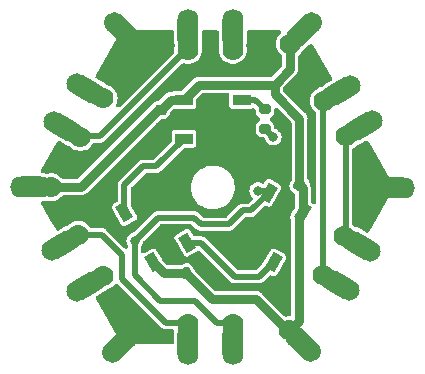
<source format=gtl>
G04 #@! TF.GenerationSoftware,KiCad,Pcbnew,7.0.8*
G04 #@! TF.CreationDate,2024-03-08T23:23:19+05:00*
G04 #@! TF.ProjectId,Ws2812 PCB,57733238-3132-4205-9043-422e6b696361,1*
G04 #@! TF.SameCoordinates,Original*
G04 #@! TF.FileFunction,Copper,L1,Top*
G04 #@! TF.FilePolarity,Positive*
%FSLAX46Y46*%
G04 Gerber Fmt 4.6, Leading zero omitted, Abs format (unit mm)*
G04 Created by KiCad (PCBNEW 7.0.8) date 2024-03-08 23:23:19*
%MOMM*%
%LPD*%
G01*
G04 APERTURE LIST*
G04 Aperture macros list*
%AMRoundRect*
0 Rectangle with rounded corners*
0 $1 Rounding radius*
0 $2 $3 $4 $5 $6 $7 $8 $9 X,Y pos of 4 corners*
0 Add a 4 corners polygon primitive as box body*
4,1,4,$2,$3,$4,$5,$6,$7,$8,$9,$2,$3,0*
0 Add four circle primitives for the rounded corners*
1,1,$1+$1,$2,$3*
1,1,$1+$1,$4,$5*
1,1,$1+$1,$6,$7*
1,1,$1+$1,$8,$9*
0 Add four rect primitives between the rounded corners*
20,1,$1+$1,$2,$3,$4,$5,0*
20,1,$1+$1,$4,$5,$6,$7,0*
20,1,$1+$1,$6,$7,$8,$9,0*
20,1,$1+$1,$8,$9,$2,$3,0*%
%AMHorizOval*
0 Thick line with rounded ends*
0 $1 width*
0 $2 $3 position (X,Y) of the first rounded end (center of the circle)*
0 $4 $5 position (X,Y) of the second rounded end (center of the circle)*
0 Add line between two ends*
20,1,$1,$2,$3,$4,$5,0*
0 Add two circle primitives to create the rounded ends*
1,1,$1,$2,$3*
1,1,$1,$4,$5*%
%AMRotRect*
0 Rectangle, with rotation*
0 The origin of the aperture is its center*
0 $1 length*
0 $2 width*
0 $3 Rotation angle, in degrees counterclockwise*
0 Add horizontal line*
21,1,$1,$2,0,0,$3*%
G04 Aperture macros list end*
G04 #@! TA.AperFunction,ComponentPad*
%ADD10C,1.778000*%
G04 #@! TD*
G04 #@! TA.AperFunction,ComponentPad*
%ADD11HorizOval,1.778000X-0.769897X-0.444500X0.769897X0.444500X0*%
G04 #@! TD*
G04 #@! TA.AperFunction,ComponentPad*
%ADD12O,1.778000X3.556000*%
G04 #@! TD*
G04 #@! TA.AperFunction,SMDPad,CuDef*
%ADD13R,1.500000X0.900000*%
G04 #@! TD*
G04 #@! TA.AperFunction,ComponentPad*
%ADD14HorizOval,1.778000X-0.769897X0.444500X0.769897X-0.444500X0*%
G04 #@! TD*
G04 #@! TA.AperFunction,ComponentPad*
%ADD15O,3.556000X1.778000*%
G04 #@! TD*
G04 #@! TA.AperFunction,ComponentPad*
%ADD16HorizOval,1.778000X0.628618X0.628618X-0.628618X-0.628618X0*%
G04 #@! TD*
G04 #@! TA.AperFunction,ComponentPad*
%ADD17HorizOval,1.778000X0.769897X-0.444500X-0.769897X0.444500X0*%
G04 #@! TD*
G04 #@! TA.AperFunction,ComponentPad*
%ADD18HorizOval,1.778000X-0.628618X-0.628618X0.628618X0.628618X0*%
G04 #@! TD*
G04 #@! TA.AperFunction,ComponentPad*
%ADD19HorizOval,1.778000X0.769897X0.444500X-0.769897X-0.444500X0*%
G04 #@! TD*
G04 #@! TA.AperFunction,SMDPad,CuDef*
%ADD20RoundRect,0.225000X-0.319856X-0.104006X0.069856X-0.329006X0.319856X0.104006X-0.069856X0.329006X0*%
G04 #@! TD*
G04 #@! TA.AperFunction,ComponentPad*
%ADD21HorizOval,1.778000X0.628618X-0.628618X-0.628618X0.628618X0*%
G04 #@! TD*
G04 #@! TA.AperFunction,SMDPad,CuDef*
%ADD22RotRect,1.500000X0.900000X240.000000*%
G04 #@! TD*
G04 #@! TA.AperFunction,SMDPad,CuDef*
%ADD23RoundRect,0.200000X0.275000X-0.200000X0.275000X0.200000X-0.275000X0.200000X-0.275000X-0.200000X0*%
G04 #@! TD*
G04 #@! TA.AperFunction,ComponentPad*
%ADD24HorizOval,1.778000X-0.628618X0.628618X0.628618X-0.628618X0*%
G04 #@! TD*
G04 #@! TA.AperFunction,SMDPad,CuDef*
%ADD25RotRect,1.500000X0.900000X120.000000*%
G04 #@! TD*
G04 #@! TA.AperFunction,SMDPad,CuDef*
%ADD26RoundRect,0.225000X0.250000X-0.225000X0.250000X0.225000X-0.250000X0.225000X-0.250000X-0.225000X0*%
G04 #@! TD*
G04 #@! TA.AperFunction,SMDPad,CuDef*
%ADD27RoundRect,0.225000X0.069856X0.329006X-0.319856X0.104006X-0.069856X-0.329006X0.319856X-0.104006X0*%
G04 #@! TD*
G04 #@! TA.AperFunction,ViaPad*
%ADD28C,0.800000*%
G04 #@! TD*
G04 #@! TA.AperFunction,Conductor*
%ADD29C,0.508000*%
G04 #@! TD*
G04 #@! TA.AperFunction,Conductor*
%ADD30C,0.750000*%
G04 #@! TD*
G04 APERTURE END LIST*
D10*
G04 #@! TO.P,J11,1,Pin_1*
G04 #@! TO.N,DIN*
X130495000Y-72450000D03*
D11*
X131945593Y-71612500D03*
G04 #@! TD*
D10*
G04 #@! TO.P,J13,1,Pin_1*
G04 #@! TO.N,DIN*
X118945000Y-91368000D03*
D12*
X118945000Y-93043000D03*
G04 #@! TD*
D13*
G04 #@! TO.P,LED1,4,DIN*
G04 #@! TO.N,Net-(LED1-DIN)*
X123509315Y-72350000D03*
G04 #@! TO.P,LED1,3,VSS*
G04 #@! TO.N,GND*
X123509315Y-75650000D03*
G04 #@! TO.P,LED1,2,DOUT*
G04 #@! TO.N,Net-(LED1-DOUT)*
X118609315Y-75650000D03*
G04 #@! TO.P,LED1,1,VDD*
G04 #@! TO.N,VCC*
X118609315Y-72350000D03*
G04 #@! TD*
D10*
G04 #@! TO.P,J12,1,Pin_1*
G04 #@! TO.N,DIN*
X130345000Y-87200000D03*
D14*
X131795593Y-88037500D03*
G04 #@! TD*
D10*
G04 #@! TO.P,J4,1,Pin_1*
G04 #@! TO.N,VCC*
X107345000Y-79750000D03*
D15*
X105670000Y-79750000D03*
G04 #@! TD*
D10*
G04 #@! TO.P,J2,1,Pin_1*
G04 #@! TO.N,GND*
X114370000Y-91925000D03*
D16*
X113185596Y-93109404D03*
G04 #@! TD*
D10*
G04 #@! TO.P,J16,1,Pin_1*
G04 #@! TO.N,DOUT*
X122770000Y-91368000D03*
D12*
X122770000Y-93043000D03*
G04 #@! TD*
D10*
G04 #@! TO.P,J9,1,Pin_1*
G04 #@! TO.N,DOUT*
X122745000Y-68107000D03*
D12*
X122745000Y-66432000D03*
G04 #@! TD*
D10*
G04 #@! TO.P,J18,1,Pin_1*
G04 #@! TO.N,DOUT*
X111795000Y-72250000D03*
D17*
X110344407Y-71412500D03*
G04 #@! TD*
D10*
G04 #@! TO.P,J10,1,Pin_1*
G04 #@! TO.N,DIN*
X118970000Y-68107000D03*
D12*
X118970000Y-66432000D03*
G04 #@! TD*
D10*
G04 #@! TO.P,J6,1,Pin_1*
G04 #@! TO.N,VCC*
X127613489Y-67606511D03*
D18*
X128797893Y-66422107D03*
G04 #@! TD*
D10*
G04 #@! TO.P,J8,1,Pin_1*
G04 #@! TO.N,DOUT*
X111795593Y-87262500D03*
D19*
X110345000Y-88100000D03*
G04 #@! TD*
D20*
G04 #@! TO.P,C1,1*
G04 #@! TO.N,VCC*
X128391170Y-79562500D03*
G04 #@! TO.P,C1,2*
G04 #@! TO.N,GND*
X127048830Y-78787500D03*
G04 #@! TD*
D10*
G04 #@! TO.P,J3,1,Pin_1*
G04 #@! TO.N,GND*
X114526511Y-67631511D03*
D21*
X113342107Y-66447107D03*
G04 #@! TD*
D10*
G04 #@! TO.P,J1,1,Pin_1*
G04 #@! TO.N,GND*
X134720000Y-79800000D03*
D15*
X136395000Y-79800000D03*
G04 #@! TD*
D10*
G04 #@! TO.P,J7,1,Pin_1*
G04 #@! TO.N,DOUT*
X132295000Y-75450000D03*
D11*
X133745593Y-74612500D03*
G04 #@! TD*
D22*
G04 #@! TO.P,LED3,1,VDD*
G04 #@! TO.N,VCC*
X128648942Y-81875000D03*
G04 #@! TO.P,LED3,2,DOUT*
G04 #@! TO.N,DOUT*
X125791058Y-80225000D03*
G04 #@! TO.P,LED3,3,VSS*
G04 #@! TO.N,GND*
X123341058Y-84468524D03*
G04 #@! TO.P,LED3,4,DIN*
G04 #@! TO.N,Net-(LED2-DOUT)*
X126198942Y-86118524D03*
G04 #@! TD*
D23*
G04 #@! TO.P,R1,1*
G04 #@! TO.N,Net-(LED1-DIN)*
X125470000Y-73175000D03*
G04 #@! TO.P,R1,2*
G04 #@! TO.N,DIN*
X125470000Y-74825000D03*
G04 #@! TD*
D10*
G04 #@! TO.P,J14,1,Pin_1*
G04 #@! TO.N,DIN*
X109845000Y-75500000D03*
D17*
X108394407Y-74662500D03*
G04 #@! TD*
D10*
G04 #@! TO.P,J5,1,Pin_1*
G04 #@! TO.N,VCC*
X127538489Y-91868489D03*
D24*
X128722893Y-93052893D03*
G04 #@! TD*
D25*
G04 #@! TO.P,LED2,1,VDD*
G04 #@! TO.N,VCC*
X116012116Y-86118524D03*
G04 #@! TO.P,LED2,2,DOUT*
G04 #@! TO.N,Net-(LED2-DOUT)*
X118870000Y-84468524D03*
G04 #@! TO.P,LED2,3,VSS*
G04 #@! TO.N,GND*
X116420000Y-80225000D03*
G04 #@! TO.P,LED2,4,DIN*
G04 #@! TO.N,Net-(LED1-DOUT)*
X113562116Y-81875000D03*
G04 #@! TD*
D10*
G04 #@! TO.P,J15,1,Pin_1*
G04 #@! TO.N,DIN*
X109680245Y-83809000D03*
D19*
X108229652Y-84646500D03*
G04 #@! TD*
D26*
G04 #@! TO.P,C3,1*
G04 #@! TO.N,VCC*
X116645000Y-73225000D03*
G04 #@! TO.P,C3,2*
G04 #@! TO.N,GND*
X116645000Y-74775000D03*
G04 #@! TD*
D27*
G04 #@! TO.P,C2,1*
G04 #@! TO.N,VCC*
X118773830Y-87037500D03*
G04 #@! TO.P,C2,2*
G04 #@! TO.N,GND*
X120116170Y-86262500D03*
G04 #@! TD*
D10*
G04 #@! TO.P,J17,1,Pin_1*
G04 #@! TO.N,DOUT*
X132170000Y-83900000D03*
D14*
X133620593Y-84737500D03*
G04 #@! TD*
D28*
G04 #@! TO.N,GND*
X116695000Y-84400000D03*
X122270000Y-84500000D03*
X120645000Y-76450000D03*
X113220000Y-70375000D03*
X118245000Y-70600000D03*
X120795000Y-72450000D03*
X115570000Y-76375000D03*
X126270000Y-83800000D03*
X124745000Y-76350000D03*
X125295000Y-69300000D03*
X120920000Y-87125000D03*
X124420000Y-83825000D03*
X123445000Y-85750000D03*
X120770000Y-69700000D03*
X117145000Y-79550000D03*
X126095000Y-77875000D03*
X111720000Y-80350000D03*
X128320000Y-70950000D03*
G04 #@! TO.N,DOUT*
X124845000Y-80050000D03*
X114445000Y-84275000D03*
G04 #@! TO.N,DIN*
X126170000Y-75525000D03*
G04 #@! TD*
D29*
G04 #@! TO.N,DOUT*
X120045000Y-82900000D02*
X122395000Y-82900000D01*
X122395000Y-82900000D02*
X123570000Y-81725000D01*
X119495000Y-82350000D02*
X120045000Y-82900000D01*
X123570000Y-81725000D02*
X124291058Y-81725000D01*
X114445000Y-84275000D02*
X116370000Y-82350000D01*
X116370000Y-82350000D02*
X119495000Y-82350000D01*
X124291058Y-81725000D02*
X125791058Y-80225000D01*
X125616058Y-80050000D02*
X125791058Y-80225000D01*
X124845000Y-80050000D02*
X125616058Y-80050000D01*
D30*
G04 #@! TO.N,VCC*
X128345000Y-82178942D02*
X128648942Y-81875000D01*
X128345000Y-91061978D02*
X128345000Y-82178942D01*
X127538489Y-91868489D02*
X128345000Y-91061978D01*
D29*
G04 #@! TO.N,GND*
X126270000Y-82225000D02*
X126270000Y-83800000D01*
X127048830Y-81446170D02*
X126270000Y-82225000D01*
X127048830Y-78787500D02*
X127048830Y-81446170D01*
X122301476Y-84468524D02*
X122270000Y-84500000D01*
X123341058Y-84468524D02*
X122301476Y-84468524D01*
X121445000Y-75650000D02*
X120645000Y-76450000D01*
X123509315Y-75650000D02*
X121445000Y-75650000D01*
G04 #@! TO.N,Net-(LED1-DIN)*
X124645000Y-72350000D02*
X123509315Y-72350000D01*
X125470000Y-73175000D02*
X124645000Y-72350000D01*
G04 #@! TO.N,GND*
X125295000Y-69300000D02*
X124520000Y-70075000D01*
X124520000Y-70075000D02*
X121145000Y-70075000D01*
X121145000Y-70075000D02*
X120770000Y-69700000D01*
G04 #@! TO.N,Net-(LED1-DOUT)*
X116259315Y-78000000D02*
X118609315Y-75650000D01*
X115120000Y-78000000D02*
X116259315Y-78000000D01*
X113562116Y-79557884D02*
X115120000Y-78000000D01*
X113562116Y-81875000D02*
X113562116Y-79557884D01*
G04 #@! TO.N,GND*
X124045000Y-75650000D02*
X122509315Y-75650000D01*
X124745000Y-76350000D02*
X124045000Y-75650000D01*
X122509315Y-75650000D02*
X120795000Y-73935685D01*
G04 #@! TO.N,DIN*
X126170000Y-75525000D02*
X125470000Y-74825000D01*
G04 #@! TO.N,GND*
X117484315Y-73935685D02*
X116645000Y-74775000D01*
X120795000Y-73935685D02*
X117484315Y-73935685D01*
X116645000Y-75300000D02*
X115570000Y-76375000D01*
X116645000Y-74775000D02*
X116645000Y-75300000D01*
D30*
G04 #@! TO.N,VCC*
X117520000Y-72350000D02*
X116645000Y-73225000D01*
X118609315Y-72350000D02*
X117520000Y-72350000D01*
X116420000Y-73225000D02*
X116645000Y-73225000D01*
X109895000Y-79750000D02*
X116420000Y-73225000D01*
X107345000Y-79750000D02*
X109895000Y-79750000D01*
D29*
G04 #@! TO.N,DIN*
X111470000Y-75450000D02*
X118645000Y-68275000D01*
X118645000Y-68275000D02*
X118945000Y-68275000D01*
X109770000Y-75450000D02*
X111470000Y-75450000D01*
D30*
G04 #@! TO.N,VCC*
X118609315Y-72350000D02*
X119884315Y-71075000D01*
X119884315Y-71075000D02*
X126295000Y-71075000D01*
X128648942Y-81875000D02*
X128648942Y-79820272D01*
X118773830Y-87037500D02*
X116931092Y-87037500D01*
X126295000Y-71875000D02*
X126295000Y-71075000D01*
X127363489Y-91868489D02*
X127538489Y-91868489D01*
X120961330Y-89225000D02*
X124720000Y-89225000D01*
X128391170Y-79562500D02*
X128391170Y-73971170D01*
X128648942Y-79820272D02*
X128391170Y-79562500D01*
X126295000Y-71075000D02*
X127595000Y-69775000D01*
X116931092Y-87037500D02*
X116012116Y-86118524D01*
X124720000Y-89225000D02*
X127363489Y-91868489D01*
X127595000Y-69775000D02*
X127595000Y-68275000D01*
X128391170Y-73971170D02*
X126295000Y-71875000D01*
X118773830Y-87037500D02*
X120961330Y-89225000D01*
D29*
G04 #@! TO.N,GND*
X127048830Y-78787500D02*
X126136330Y-77875000D01*
X116420000Y-80225000D02*
X117095000Y-79550000D01*
X117095000Y-79550000D02*
X117145000Y-79550000D01*
X123776476Y-84468524D02*
X123341058Y-84468524D01*
X120795000Y-72450000D02*
X120795000Y-73935685D01*
X123445000Y-85750000D02*
X123445000Y-84572466D01*
X124420000Y-83825000D02*
X123776476Y-84468524D01*
X123445000Y-84572466D02*
X123341058Y-84468524D01*
X120116170Y-86262500D02*
X120920000Y-87066330D01*
X120920000Y-87066330D02*
X120920000Y-87125000D01*
X126136330Y-77875000D02*
X126095000Y-77875000D01*
G04 #@! TO.N,DOUT*
X121395000Y-91225000D02*
X119545000Y-89375000D01*
X132295000Y-83775000D02*
X132295000Y-75707000D01*
X119545000Y-89375000D02*
X116620000Y-89375000D01*
X114445000Y-87200000D02*
X114445000Y-84275000D01*
X116620000Y-89375000D02*
X114445000Y-87200000D01*
X122770000Y-91225000D02*
X121395000Y-91225000D01*
X132170000Y-83900000D02*
X132295000Y-83775000D01*
G04 #@! TO.N,DIN*
X117095000Y-91225000D02*
X113395000Y-87525000D01*
X113395000Y-87525000D02*
X113395000Y-85525000D01*
X130345000Y-87125000D02*
X130345000Y-72257000D01*
X111645000Y-83775000D02*
X109845000Y-83775000D01*
X113395000Y-85525000D02*
X111645000Y-83775000D01*
X130345000Y-72257000D02*
X130238000Y-72150000D01*
X118995000Y-91225000D02*
X117095000Y-91225000D01*
G04 #@! TO.N,Net-(LED2-DOUT)*
X124992466Y-87325000D02*
X126198942Y-86118524D01*
X122895000Y-87325000D02*
X124992466Y-87325000D01*
X120038524Y-84468524D02*
X122895000Y-87325000D01*
X118870000Y-84468524D02*
X120038524Y-84468524D01*
G04 #@! TD*
G04 #@! TA.AperFunction,Conductor*
G04 #@! TO.N,GND*
G36*
X112978690Y-87914137D02*
G01*
X113010285Y-87932165D01*
X113012964Y-87934056D01*
X113012966Y-87934058D01*
X113023216Y-87941293D01*
X113047928Y-87962109D01*
X116696210Y-91610392D01*
X116741773Y-91659177D01*
X116778445Y-91681477D01*
X116786470Y-91686939D01*
X116815747Y-91709140D01*
X116820679Y-91712880D01*
X116832359Y-91717486D01*
X116861294Y-91731859D01*
X116872005Y-91738372D01*
X116872010Y-91738375D01*
X116913347Y-91749957D01*
X116922528Y-91753044D01*
X116962480Y-91768799D01*
X116974963Y-91770082D01*
X117006706Y-91776115D01*
X117018786Y-91779500D01*
X117061715Y-91779500D01*
X117071409Y-91779997D01*
X117086859Y-91781584D01*
X117114109Y-91784386D01*
X117126469Y-91782254D01*
X117158665Y-91779500D01*
X117577235Y-91779500D01*
X117659456Y-91798266D01*
X117725392Y-91850849D01*
X117761984Y-91926832D01*
X117765926Y-91986481D01*
X117756520Y-92087995D01*
X117755500Y-92099006D01*
X117755500Y-92880938D01*
X117736734Y-92963159D01*
X117684151Y-93029095D01*
X117608168Y-93065687D01*
X117566000Y-93070438D01*
X113476747Y-93070438D01*
X113394526Y-93051672D01*
X113328590Y-92999089D01*
X113312635Y-92975688D01*
X111148992Y-89228146D01*
X111124134Y-89147557D01*
X111136703Y-89064164D01*
X111184211Y-88994483D01*
X111218347Y-88969288D01*
X111757274Y-88658140D01*
X111892123Y-88562683D01*
X111978212Y-88473899D01*
X112048918Y-88427938D01*
X112079433Y-88419545D01*
X112122510Y-88411493D01*
X112328070Y-88331858D01*
X112515498Y-88215808D01*
X112678410Y-88067294D01*
X112749784Y-87972779D01*
X112814305Y-87918479D01*
X112896002Y-87897548D01*
X112978690Y-87914137D01*
G37*
G04 #@! TD.AperFunction*
G04 #@! TA.AperFunction,Conductor*
G36*
X122351536Y-71769266D02*
G01*
X122417472Y-71821849D01*
X122454064Y-71897832D01*
X122458815Y-71940000D01*
X122458815Y-72844860D01*
X122458816Y-72844874D01*
X122461729Y-72869989D01*
X122461731Y-72869996D01*
X122507106Y-72972761D01*
X122507108Y-72972763D01*
X122507109Y-72972765D01*
X122586550Y-73052206D01*
X122586551Y-73052206D01*
X122586553Y-73052208D01*
X122689320Y-73097584D01*
X122689322Y-73097584D01*
X122689324Y-73097585D01*
X122714450Y-73100500D01*
X124304179Y-73100499D01*
X124304185Y-73100498D01*
X124304189Y-73100498D01*
X124314430Y-73099310D01*
X124329306Y-73097585D01*
X124404168Y-73064530D01*
X124486960Y-73048487D01*
X124568517Y-73069955D01*
X124614706Y-73103887D01*
X124638997Y-73128178D01*
X124683866Y-73199587D01*
X124694500Y-73262174D01*
X124694500Y-73422865D01*
X124694502Y-73422888D01*
X124700908Y-73482478D01*
X124700911Y-73482489D01*
X124751202Y-73617328D01*
X124837452Y-73732544D01*
X124837454Y-73732546D01*
X124952669Y-73818796D01*
X124959077Y-73821186D01*
X124962460Y-73822448D01*
X125032938Y-73868765D01*
X125076341Y-73941074D01*
X125084072Y-74025054D01*
X125054600Y-74104072D01*
X124993762Y-74162478D01*
X124962460Y-74177552D01*
X124952670Y-74181203D01*
X124837455Y-74267452D01*
X124837452Y-74267455D01*
X124751202Y-74382670D01*
X124700908Y-74517516D01*
X124694500Y-74577117D01*
X124694500Y-75072865D01*
X124694502Y-75072888D01*
X124700908Y-75132478D01*
X124700911Y-75132489D01*
X124751202Y-75267328D01*
X124837452Y-75382544D01*
X124837455Y-75382547D01*
X124952670Y-75468797D01*
X125087516Y-75519091D01*
X125096975Y-75520107D01*
X125147127Y-75525500D01*
X125296533Y-75525499D01*
X125378753Y-75544265D01*
X125444689Y-75596847D01*
X125481282Y-75672830D01*
X125484651Y-75692156D01*
X125484858Y-75693865D01*
X125484860Y-75693871D01*
X125545181Y-75852929D01*
X125545182Y-75852930D01*
X125641817Y-75992929D01*
X125699799Y-76044296D01*
X125769149Y-76105735D01*
X125769151Y-76105736D01*
X125919772Y-76184789D01*
X125919774Y-76184790D01*
X126084935Y-76225498D01*
X126084937Y-76225498D01*
X126084944Y-76225500D01*
X126084947Y-76225500D01*
X126255053Y-76225500D01*
X126255056Y-76225500D01*
X126420225Y-76184790D01*
X126570852Y-76105734D01*
X126698183Y-75992929D01*
X126794818Y-75852930D01*
X126855140Y-75693872D01*
X126873306Y-75544265D01*
X126875645Y-75525002D01*
X126875645Y-75524997D01*
X126855141Y-75356135D01*
X126855140Y-75356134D01*
X126855140Y-75356128D01*
X126794818Y-75197070D01*
X126698183Y-75057071D01*
X126591328Y-74962406D01*
X126570850Y-74944264D01*
X126570848Y-74944263D01*
X126420227Y-74865210D01*
X126420228Y-74865210D01*
X126389647Y-74857673D01*
X126314307Y-74819775D01*
X126262871Y-74752940D01*
X126245499Y-74673680D01*
X126245499Y-74577133D01*
X126245498Y-74577127D01*
X126239091Y-74517517D01*
X126188796Y-74382669D01*
X126121635Y-74292954D01*
X126102547Y-74267455D01*
X126102544Y-74267452D01*
X125987327Y-74181201D01*
X125977535Y-74177549D01*
X125907057Y-74131231D01*
X125863656Y-74058921D01*
X125855927Y-73974940D01*
X125885401Y-73895923D01*
X125946241Y-73837519D01*
X125977544Y-73822445D01*
X125987331Y-73818796D01*
X126102546Y-73732546D01*
X126188796Y-73617331D01*
X126204365Y-73575590D01*
X126239091Y-73482483D01*
X126245499Y-73422882D01*
X126245500Y-73422873D01*
X126245499Y-73238292D01*
X126264265Y-73156074D01*
X126316847Y-73090138D01*
X126392830Y-73053545D01*
X126477166Y-73053545D01*
X126553150Y-73090136D01*
X126568996Y-73104297D01*
X127660167Y-74195468D01*
X127705036Y-74266877D01*
X127715670Y-74329465D01*
X127715670Y-79180723D01*
X127696904Y-79262944D01*
X127690282Y-79275473D01*
X127595650Y-79439380D01*
X127595642Y-79439395D01*
X127562204Y-79517590D01*
X127562204Y-79517593D01*
X127540908Y-79660464D01*
X127540908Y-79660468D01*
X127540908Y-79660469D01*
X127558948Y-79803794D01*
X127614987Y-79936938D01*
X127614989Y-79936940D01*
X127704852Y-80050002D01*
X127704871Y-80050025D01*
X127772933Y-80101031D01*
X127878692Y-80162091D01*
X127940514Y-80219452D01*
X127971325Y-80297957D01*
X127973442Y-80326202D01*
X127973442Y-81493224D01*
X127954676Y-81575445D01*
X127948053Y-81587976D01*
X127915978Y-81643530D01*
X127885864Y-81682775D01*
X127883791Y-81684847D01*
X127879623Y-81688771D01*
X127835668Y-81727712D01*
X127802293Y-81776062D01*
X127798902Y-81780672D01*
X127762673Y-81826914D01*
X127762672Y-81826915D01*
X127761261Y-81830051D01*
X127744434Y-81859886D01*
X127742483Y-81862712D01*
X127742480Y-81862717D01*
X127721651Y-81917639D01*
X127719462Y-81922924D01*
X127695351Y-81976499D01*
X127695349Y-81976507D01*
X127694732Y-81979873D01*
X127685528Y-82012887D01*
X127684312Y-82016093D01*
X127681569Y-82027224D01*
X127680266Y-82026902D01*
X127660557Y-82085933D01*
X127601559Y-82188122D01*
X127591520Y-82211338D01*
X127591518Y-82211344D01*
X127579431Y-82323035D01*
X127608509Y-82431553D01*
X127632965Y-82464997D01*
X127666350Y-82542444D01*
X127669500Y-82576854D01*
X127669500Y-90489489D01*
X127650734Y-90571710D01*
X127598151Y-90637646D01*
X127522168Y-90674238D01*
X127480000Y-90678989D01*
X127428266Y-90678989D01*
X127309630Y-90701165D01*
X127274562Y-90707721D01*
X127190292Y-90704381D01*
X127115817Y-90664810D01*
X127105745Y-90655444D01*
X125214102Y-88763801D01*
X125210178Y-88759632D01*
X125171234Y-88715672D01*
X125171230Y-88715669D01*
X125171229Y-88715668D01*
X125122859Y-88682281D01*
X125118289Y-88678917D01*
X125072028Y-88642674D01*
X125072027Y-88642673D01*
X125072025Y-88642672D01*
X125068907Y-88641269D01*
X125039040Y-88624424D01*
X125036226Y-88622482D01*
X125036221Y-88622479D01*
X124981290Y-88601646D01*
X124976005Y-88599457D01*
X124922437Y-88575349D01*
X124919078Y-88574734D01*
X124886048Y-88565526D01*
X124882853Y-88564314D01*
X124882846Y-88564312D01*
X124882845Y-88564312D01*
X124856722Y-88561139D01*
X124824511Y-88557228D01*
X124818858Y-88556367D01*
X124761085Y-88545781D01*
X124761082Y-88545781D01*
X124730769Y-88547614D01*
X124702456Y-88549327D01*
X124696740Y-88549500D01*
X121319625Y-88549500D01*
X121237404Y-88530734D01*
X121185628Y-88493997D01*
X119536908Y-86845277D01*
X119506793Y-86806030D01*
X119380648Y-86587541D01*
X119278210Y-86410112D01*
X119278209Y-86410111D01*
X119278207Y-86410107D01*
X119227208Y-86342053D01*
X119227202Y-86342047D01*
X119151790Y-86282110D01*
X119114117Y-86252167D01*
X118980974Y-86196128D01*
X118980973Y-86196127D01*
X118980969Y-86196126D01*
X118837653Y-86178087D01*
X118837645Y-86178087D01*
X118694771Y-86199384D01*
X118616567Y-86232825D01*
X118616559Y-86232829D01*
X118436803Y-86336612D01*
X118356215Y-86361470D01*
X118342053Y-86362000D01*
X117289388Y-86362000D01*
X117207167Y-86343234D01*
X117155391Y-86306497D01*
X116775193Y-85926300D01*
X116745078Y-85887053D01*
X116719587Y-85842901D01*
X116264635Y-85054902D01*
X116249548Y-85034598D01*
X116249546Y-85034596D01*
X116158862Y-84968283D01*
X116158863Y-84968283D01*
X116050343Y-84939206D01*
X115938646Y-84951293D01*
X115915441Y-84961327D01*
X115915426Y-84961335D01*
X115283750Y-85326034D01*
X115203161Y-85350892D01*
X115119768Y-85338323D01*
X115050087Y-85290815D01*
X115007919Y-85217778D01*
X114999500Y-85161922D01*
X114999500Y-84763853D01*
X115018266Y-84681632D01*
X115033040Y-84656210D01*
X115069818Y-84602930D01*
X115130140Y-84443872D01*
X115130141Y-84443864D01*
X115131909Y-84429307D01*
X115160448Y-84349947D01*
X115186030Y-84318150D01*
X115483691Y-84020489D01*
X117800489Y-84020489D01*
X117812577Y-84132183D01*
X117822615Y-84155401D01*
X118612737Y-85523930D01*
X118617482Y-85532147D01*
X118632567Y-85552449D01*
X118632569Y-85552451D01*
X118723253Y-85618764D01*
X118723252Y-85618764D01*
X118723254Y-85618765D01*
X118831773Y-85647842D01*
X118943467Y-85635755D01*
X118966684Y-85625716D01*
X119756758Y-85169565D01*
X119837342Y-85144709D01*
X119920736Y-85157278D01*
X119985501Y-85199682D01*
X122496210Y-87710392D01*
X122541773Y-87759177D01*
X122578445Y-87781477D01*
X122586470Y-87786939D01*
X122620675Y-87812877D01*
X122620679Y-87812880D01*
X122632359Y-87817486D01*
X122661294Y-87831859D01*
X122669987Y-87837145D01*
X122672010Y-87838375D01*
X122713347Y-87849957D01*
X122722528Y-87853044D01*
X122762480Y-87868799D01*
X122774963Y-87870082D01*
X122806706Y-87876115D01*
X122818786Y-87879500D01*
X122861715Y-87879500D01*
X122871409Y-87879997D01*
X122886859Y-87881584D01*
X122914109Y-87884386D01*
X122926469Y-87882254D01*
X122958665Y-87879500D01*
X124983003Y-87879500D01*
X125049701Y-87881779D01*
X125049701Y-87881778D01*
X125049705Y-87881779D01*
X125091429Y-87871610D01*
X125100948Y-87869801D01*
X125143475Y-87863957D01*
X125154981Y-87858958D01*
X125185603Y-87848660D01*
X125197799Y-87845689D01*
X125235219Y-87824648D01*
X125243898Y-87820337D01*
X125283284Y-87803230D01*
X125293019Y-87795309D01*
X125319732Y-87777128D01*
X125330665Y-87770982D01*
X125347496Y-87754151D01*
X125361015Y-87740632D01*
X125368224Y-87734125D01*
X125393978Y-87713173D01*
X125401524Y-87707034D01*
X125408759Y-87696782D01*
X125429570Y-87672075D01*
X125824255Y-87277390D01*
X125895662Y-87232523D01*
X125979467Y-87223081D01*
X126052998Y-87247275D01*
X126102257Y-87275715D01*
X126125475Y-87285755D01*
X126237169Y-87297842D01*
X126345688Y-87268765D01*
X126436374Y-87202450D01*
X126451462Y-87182147D01*
X127246325Y-85805401D01*
X127256365Y-85782183D01*
X127268453Y-85670489D01*
X127239375Y-85561971D01*
X127173060Y-85471284D01*
X127152758Y-85456197D01*
X126837081Y-85273941D01*
X126295631Y-84961335D01*
X126295628Y-84961334D01*
X126295627Y-84961333D01*
X126286698Y-84957472D01*
X126272410Y-84951293D01*
X126160715Y-84939206D01*
X126160712Y-84939206D01*
X126052194Y-84968283D01*
X125961510Y-85034598D01*
X125946426Y-85054895D01*
X125946418Y-85054907D01*
X125232226Y-86291925D01*
X125202111Y-86331171D01*
X124818288Y-86714996D01*
X124746879Y-86759866D01*
X124684291Y-86770500D01*
X123203175Y-86770500D01*
X123120954Y-86751734D01*
X123069178Y-86714997D01*
X120437312Y-84083131D01*
X120391754Y-84034350D01*
X120391747Y-84034344D01*
X120355070Y-84012040D01*
X120347045Y-84006579D01*
X120312845Y-83980644D01*
X120312843Y-83980643D01*
X120301167Y-83976038D01*
X120272234Y-83961668D01*
X120261513Y-83955148D01*
X120228445Y-83945882D01*
X120220176Y-83943565D01*
X120210981Y-83940473D01*
X120171046Y-83924725D01*
X120171039Y-83924724D01*
X120158555Y-83923440D01*
X120126826Y-83917410D01*
X120114741Y-83914024D01*
X120114738Y-83914024D01*
X120071808Y-83914024D01*
X120062123Y-83913527D01*
X120034373Y-83910674D01*
X120019418Y-83909137D01*
X120019411Y-83909137D01*
X120009725Y-83910807D01*
X120007054Y-83911268D01*
X119974856Y-83914024D01*
X119525869Y-83914024D01*
X119443648Y-83895258D01*
X119377712Y-83842675D01*
X119361757Y-83819274D01*
X119340598Y-83782626D01*
X119122519Y-83404902D01*
X119107432Y-83384598D01*
X119107430Y-83384596D01*
X119016746Y-83318283D01*
X119016747Y-83318283D01*
X118908227Y-83289206D01*
X118796530Y-83301293D01*
X118773325Y-83311327D01*
X118773310Y-83311335D01*
X117916184Y-83806198D01*
X117895884Y-83821282D01*
X117895879Y-83821286D01*
X117829567Y-83911970D01*
X117800489Y-84020487D01*
X117800489Y-84020488D01*
X117800489Y-84020489D01*
X115483691Y-84020489D01*
X116544178Y-82960003D01*
X116615587Y-82915134D01*
X116678175Y-82904500D01*
X119186825Y-82904500D01*
X119269046Y-82923266D01*
X119320822Y-82960003D01*
X119646224Y-83285406D01*
X119691187Y-83333550D01*
X119691772Y-83334176D01*
X119728463Y-83356487D01*
X119736477Y-83361943D01*
X119770679Y-83387879D01*
X119782347Y-83392480D01*
X119811287Y-83406854D01*
X119822010Y-83413375D01*
X119863354Y-83424959D01*
X119872544Y-83428050D01*
X119912479Y-83443799D01*
X119924961Y-83445082D01*
X119956708Y-83451115D01*
X119968786Y-83454500D01*
X120011715Y-83454500D01*
X120021409Y-83454997D01*
X120036859Y-83456584D01*
X120064109Y-83459386D01*
X120074443Y-83457604D01*
X120076469Y-83457255D01*
X120108666Y-83454500D01*
X122385537Y-83454500D01*
X122452235Y-83456779D01*
X122452235Y-83456778D01*
X122452239Y-83456779D01*
X122493963Y-83446610D01*
X122503482Y-83444801D01*
X122546009Y-83438957D01*
X122557515Y-83433958D01*
X122588137Y-83423660D01*
X122600333Y-83420689D01*
X122637753Y-83399648D01*
X122646432Y-83395337D01*
X122685818Y-83378230D01*
X122695553Y-83370309D01*
X122722266Y-83352128D01*
X122733199Y-83345982D01*
X122749187Y-83329992D01*
X122763549Y-83315632D01*
X122770758Y-83309125D01*
X122797806Y-83287120D01*
X122804058Y-83282034D01*
X122811293Y-83271782D01*
X122832104Y-83247075D01*
X123744178Y-82335003D01*
X123815587Y-82290134D01*
X123878175Y-82279500D01*
X124281595Y-82279500D01*
X124348293Y-82281779D01*
X124348293Y-82281778D01*
X124348297Y-82281779D01*
X124390021Y-82271610D01*
X124399540Y-82269801D01*
X124442067Y-82263957D01*
X124453573Y-82258958D01*
X124484195Y-82248660D01*
X124496391Y-82245689D01*
X124533811Y-82224648D01*
X124542490Y-82220337D01*
X124581876Y-82203230D01*
X124591611Y-82195309D01*
X124618324Y-82177128D01*
X124629257Y-82170982D01*
X124659616Y-82140621D01*
X124666816Y-82134125D01*
X124667869Y-82133268D01*
X124700116Y-82107034D01*
X124707350Y-82096784D01*
X124728163Y-82072074D01*
X125416372Y-81383866D01*
X125487779Y-81338999D01*
X125571584Y-81329557D01*
X125645116Y-81353753D01*
X125694367Y-81382188D01*
X125694370Y-81382189D01*
X125694373Y-81382191D01*
X125717591Y-81392231D01*
X125829285Y-81404318D01*
X125937804Y-81375241D01*
X126028490Y-81308926D01*
X126043578Y-81288623D01*
X126838441Y-79911877D01*
X126848481Y-79888659D01*
X126860569Y-79776965D01*
X126831491Y-79668447D01*
X126765176Y-79577760D01*
X126744874Y-79562673D01*
X126628527Y-79495500D01*
X125887747Y-79067811D01*
X125887744Y-79067810D01*
X125887743Y-79067809D01*
X125878625Y-79063866D01*
X125864526Y-79057769D01*
X125752831Y-79045682D01*
X125752828Y-79045682D01*
X125644310Y-79074759D01*
X125553626Y-79141074D01*
X125538542Y-79161371D01*
X125538531Y-79161388D01*
X125425060Y-79357925D01*
X125367698Y-79419747D01*
X125289192Y-79450558D01*
X125205092Y-79444255D01*
X125172884Y-79430968D01*
X125095225Y-79390209D01*
X124930064Y-79349501D01*
X124930057Y-79349500D01*
X124930056Y-79349500D01*
X124759944Y-79349500D01*
X124759942Y-79349500D01*
X124759935Y-79349501D01*
X124594774Y-79390209D01*
X124594772Y-79390210D01*
X124444151Y-79469263D01*
X124444149Y-79469264D01*
X124338713Y-79562673D01*
X124328112Y-79572065D01*
X124316815Y-79582073D01*
X124220182Y-79722069D01*
X124220181Y-79722070D01*
X124159860Y-79881128D01*
X124159858Y-79881135D01*
X124139355Y-80049997D01*
X124139355Y-80050002D01*
X124159858Y-80218864D01*
X124159859Y-80218870D01*
X124159860Y-80218872D01*
X124175203Y-80259328D01*
X124220181Y-80377929D01*
X124220182Y-80377930D01*
X124316817Y-80517929D01*
X124376711Y-80570990D01*
X124425810Y-80639560D01*
X124440295Y-80722642D01*
X124417298Y-80803781D01*
X124385046Y-80846829D01*
X124116881Y-81114996D01*
X124045473Y-81159866D01*
X123982884Y-81170500D01*
X123579463Y-81170500D01*
X123512767Y-81168220D01*
X123512754Y-81168222D01*
X123471047Y-81178385D01*
X123461515Y-81180197D01*
X123418995Y-81186041D01*
X123418988Y-81186043D01*
X123407475Y-81191044D01*
X123376862Y-81201338D01*
X123364673Y-81204308D01*
X123364663Y-81204312D01*
X123327247Y-81225349D01*
X123318559Y-81229665D01*
X123279179Y-81246771D01*
X123269443Y-81254692D01*
X123242746Y-81272863D01*
X123231799Y-81279018D01*
X123201442Y-81309374D01*
X123194240Y-81315874D01*
X123160943Y-81342964D01*
X123160937Y-81342971D01*
X123153703Y-81353219D01*
X123132890Y-81377927D01*
X122220822Y-82289997D01*
X122149413Y-82334866D01*
X122086825Y-82345500D01*
X120353176Y-82345500D01*
X120270955Y-82326734D01*
X120219179Y-82289997D01*
X119893788Y-81964606D01*
X119848230Y-81915826D01*
X119848223Y-81915820D01*
X119811546Y-81893516D01*
X119803521Y-81888055D01*
X119792493Y-81879692D01*
X119769321Y-81862120D01*
X119769319Y-81862119D01*
X119757643Y-81857514D01*
X119728710Y-81843144D01*
X119717989Y-81836624D01*
X119681278Y-81826338D01*
X119676652Y-81825041D01*
X119667457Y-81821949D01*
X119627522Y-81806201D01*
X119627515Y-81806200D01*
X119615031Y-81804916D01*
X119583302Y-81798886D01*
X119571217Y-81795500D01*
X119571214Y-81795500D01*
X119528284Y-81795500D01*
X119518599Y-81795003D01*
X119490849Y-81792150D01*
X119475894Y-81790613D01*
X119475887Y-81790613D01*
X119466201Y-81792283D01*
X119463530Y-81792744D01*
X119431332Y-81795500D01*
X116379463Y-81795500D01*
X116312767Y-81793220D01*
X116312754Y-81793222D01*
X116271047Y-81803385D01*
X116261515Y-81805197D01*
X116218995Y-81811041D01*
X116218988Y-81811043D01*
X116207475Y-81816044D01*
X116176862Y-81826338D01*
X116164673Y-81829308D01*
X116164663Y-81829312D01*
X116127247Y-81850349D01*
X116118559Y-81854665D01*
X116079179Y-81871771D01*
X116069443Y-81879692D01*
X116042746Y-81897863D01*
X116031799Y-81904018D01*
X116001442Y-81934374D01*
X115994240Y-81940874D01*
X115960943Y-81967964D01*
X115960937Y-81967971D01*
X115953703Y-81978219D01*
X115932890Y-82002927D01*
X114399122Y-83536696D01*
X114327713Y-83581565D01*
X114310476Y-83586692D01*
X114194772Y-83615210D01*
X114044151Y-83694263D01*
X114044149Y-83694264D01*
X113944410Y-83782626D01*
X113917803Y-83806198D01*
X113916815Y-83807073D01*
X113820182Y-83947069D01*
X113820181Y-83947070D01*
X113759860Y-84106128D01*
X113759858Y-84106135D01*
X113739355Y-84274997D01*
X113739355Y-84275002D01*
X113759858Y-84443864D01*
X113759859Y-84443870D01*
X113759860Y-84443872D01*
X113820182Y-84602930D01*
X113856956Y-84656205D01*
X113888218Y-84734530D01*
X113890500Y-84763853D01*
X113890500Y-84778825D01*
X113871734Y-84861046D01*
X113819151Y-84926982D01*
X113743168Y-84963574D01*
X113658832Y-84963574D01*
X113582849Y-84926982D01*
X113567003Y-84912822D01*
X112043788Y-83389607D01*
X111998230Y-83340826D01*
X111998223Y-83340820D01*
X111961546Y-83318516D01*
X111953521Y-83313055D01*
X111951249Y-83311332D01*
X111919321Y-83287120D01*
X111919319Y-83287119D01*
X111907643Y-83282514D01*
X111878710Y-83268144D01*
X111867989Y-83261624D01*
X111834921Y-83252358D01*
X111826652Y-83250041D01*
X111817457Y-83246949D01*
X111777522Y-83231201D01*
X111777515Y-83231200D01*
X111765031Y-83229916D01*
X111733302Y-83223886D01*
X111721217Y-83220500D01*
X111721214Y-83220500D01*
X111678284Y-83220500D01*
X111668599Y-83220003D01*
X111640849Y-83217150D01*
X111625894Y-83215613D01*
X111625887Y-83215613D01*
X111616201Y-83217283D01*
X111613530Y-83217744D01*
X111581332Y-83220500D01*
X110820760Y-83220500D01*
X110738539Y-83201734D01*
X110672603Y-83149151D01*
X110669536Y-83145200D01*
X110584193Y-83032188D01*
X110563062Y-83004206D01*
X110400150Y-82855692D01*
X110400145Y-82855688D01*
X110212727Y-82739645D01*
X110212722Y-82739642D01*
X110007161Y-82660006D01*
X109878917Y-82636034D01*
X109790468Y-82619500D01*
X109570022Y-82619500D01*
X109492165Y-82634053D01*
X109353328Y-82660006D01*
X109147767Y-82739642D01*
X109147762Y-82739645D01*
X108960344Y-82855688D01*
X108960339Y-82855692D01*
X108799194Y-83002595D01*
X108725789Y-83044118D01*
X108717752Y-83046328D01*
X108602521Y-83075310D01*
X108602517Y-83075311D01*
X108452427Y-83144365D01*
X108452419Y-83144369D01*
X108004609Y-83402912D01*
X107924020Y-83427770D01*
X107840627Y-83415200D01*
X107770945Y-83367692D01*
X107745747Y-83333550D01*
X107289002Y-82542444D01*
X106644978Y-81426963D01*
X112492605Y-81426963D01*
X112504693Y-81538659D01*
X112504694Y-81538662D01*
X112510364Y-81551777D01*
X112514731Y-81561877D01*
X113309597Y-82938622D01*
X113317140Y-82948774D01*
X113324683Y-82958925D01*
X113324685Y-82958927D01*
X113415369Y-83025240D01*
X113415368Y-83025240D01*
X113415370Y-83025241D01*
X113523889Y-83054318D01*
X113635583Y-83042231D01*
X113658800Y-83032192D01*
X114515930Y-82537327D01*
X114536234Y-82522240D01*
X114602549Y-82431553D01*
X114631627Y-82323035D01*
X114619539Y-82211341D01*
X114609501Y-82188123D01*
X114234532Y-81538659D01*
X114142004Y-81378396D01*
X114117146Y-81297807D01*
X114116616Y-81283646D01*
X114116616Y-79866059D01*
X114121931Y-79842773D01*
X119205103Y-79842773D01*
X119234728Y-80112015D01*
X119234728Y-80112016D01*
X119261187Y-80213222D01*
X119303242Y-80374086D01*
X119409185Y-80623391D01*
X119550299Y-80854613D01*
X119608255Y-80924254D01*
X119723570Y-81062820D01*
X119925313Y-81243582D01*
X119925315Y-81243583D01*
X119925317Y-81243585D01*
X120151216Y-81393039D01*
X120151221Y-81393041D01*
X120151225Y-81393044D01*
X120396491Y-81508020D01*
X120473866Y-81531298D01*
X120655875Y-81586058D01*
X120655879Y-81586058D01*
X120655884Y-81586060D01*
X120923876Y-81625500D01*
X120923882Y-81625500D01*
X121126943Y-81625500D01*
X121126946Y-81625500D01*
X121218127Y-81618826D01*
X121329461Y-81610678D01*
X121329464Y-81610677D01*
X121329471Y-81610677D01*
X121367005Y-81602315D01*
X121593853Y-81551784D01*
X121593858Y-81551782D01*
X121593868Y-81551780D01*
X121846873Y-81455014D01*
X122083092Y-81322441D01*
X122297492Y-81156888D01*
X122485501Y-80961881D01*
X122490467Y-80954941D01*
X122549290Y-80872720D01*
X122643114Y-80741579D01*
X122766971Y-80500675D01*
X122854433Y-80244305D01*
X122903634Y-79977933D01*
X122913527Y-79707235D01*
X122883901Y-79437982D01*
X122815387Y-79175912D01*
X122709445Y-78926610D01*
X122568333Y-78695390D01*
X122395060Y-78487180D01*
X122193317Y-78306418D01*
X122193314Y-78306416D01*
X122193312Y-78306414D01*
X121967413Y-78156960D01*
X121967399Y-78156953D01*
X121722139Y-78041980D01*
X121722137Y-78041979D01*
X121462754Y-77963941D01*
X121194756Y-77924500D01*
X121194754Y-77924500D01*
X120991684Y-77924500D01*
X120963197Y-77926584D01*
X120789168Y-77939321D01*
X120789154Y-77939323D01*
X120524776Y-77998215D01*
X120524755Y-77998222D01*
X120271757Y-78094985D01*
X120035539Y-78227557D01*
X119821143Y-78393108D01*
X119821133Y-78393116D01*
X119633124Y-78588123D01*
X119475518Y-78808417D01*
X119475517Y-78808418D01*
X119351657Y-79049329D01*
X119264196Y-79305695D01*
X119214996Y-79572065D01*
X119205103Y-79842763D01*
X119205103Y-79842773D01*
X114121931Y-79842773D01*
X114135382Y-79783838D01*
X114172119Y-79732062D01*
X115294178Y-78610003D01*
X115365587Y-78565134D01*
X115428175Y-78554500D01*
X116249852Y-78554500D01*
X116316550Y-78556779D01*
X116316550Y-78556778D01*
X116316554Y-78556779D01*
X116358278Y-78546610D01*
X116367797Y-78544801D01*
X116410324Y-78538957D01*
X116421830Y-78533958D01*
X116452452Y-78523660D01*
X116464648Y-78520689D01*
X116502068Y-78499648D01*
X116510747Y-78495337D01*
X116550133Y-78478230D01*
X116559868Y-78470309D01*
X116586581Y-78452128D01*
X116597514Y-78445982D01*
X116613502Y-78429992D01*
X116627864Y-78415632D01*
X116635073Y-78409125D01*
X116668369Y-78382037D01*
X116668368Y-78382037D01*
X116668373Y-78382034D01*
X116675608Y-78371782D01*
X116696419Y-78347075D01*
X118587493Y-76456002D01*
X118658902Y-76411133D01*
X118721490Y-76400499D01*
X119404175Y-76400499D01*
X119404179Y-76400499D01*
X119404185Y-76400498D01*
X119404189Y-76400498D01*
X119414430Y-76399310D01*
X119429306Y-76397585D01*
X119429311Y-76397583D01*
X119532076Y-76352208D01*
X119532078Y-76352207D01*
X119532078Y-76352206D01*
X119532080Y-76352206D01*
X119611521Y-76272765D01*
X119611523Y-76272761D01*
X119656899Y-76169994D01*
X119656899Y-76169993D01*
X119656898Y-76169993D01*
X119656900Y-76169991D01*
X119659815Y-76144865D01*
X119659814Y-75155136D01*
X119656900Y-75130009D01*
X119656899Y-75130006D01*
X119656898Y-75130003D01*
X119611523Y-75027238D01*
X119611521Y-75027236D01*
X119611521Y-75027235D01*
X119532080Y-74947794D01*
X119532078Y-74947793D01*
X119532076Y-74947791D01*
X119429309Y-74902415D01*
X119419883Y-74901321D01*
X119404180Y-74899500D01*
X119404175Y-74899500D01*
X117814454Y-74899500D01*
X117814440Y-74899501D01*
X117789325Y-74902414D01*
X117789318Y-74902416D01*
X117686553Y-74947791D01*
X117686551Y-74947793D01*
X117686550Y-74947794D01*
X117607109Y-75027235D01*
X117607108Y-75027236D01*
X117607108Y-75027237D01*
X117607106Y-75027238D01*
X117561730Y-75130005D01*
X117561730Y-75130006D01*
X117561443Y-75132483D01*
X117558817Y-75155125D01*
X117558815Y-75155139D01*
X117558815Y-75837824D01*
X117540049Y-75920045D01*
X117503312Y-75971821D01*
X116085137Y-77389997D01*
X116013728Y-77434866D01*
X115951140Y-77445500D01*
X115129476Y-77445500D01*
X115062761Y-77443221D01*
X115062760Y-77443221D01*
X115062758Y-77443221D01*
X115021047Y-77453385D01*
X115011515Y-77455197D01*
X114968995Y-77461041D01*
X114968988Y-77461043D01*
X114957475Y-77466044D01*
X114926862Y-77476338D01*
X114914673Y-77479308D01*
X114914663Y-77479312D01*
X114877247Y-77500349D01*
X114868559Y-77504665D01*
X114829179Y-77521771D01*
X114819443Y-77529692D01*
X114792746Y-77547863D01*
X114781799Y-77554018D01*
X114751442Y-77584374D01*
X114744240Y-77590874D01*
X114710943Y-77617964D01*
X114710937Y-77617971D01*
X114703703Y-77628219D01*
X114682890Y-77652927D01*
X114293839Y-78041979D01*
X113176723Y-79159095D01*
X113158717Y-79175912D01*
X113127937Y-79204659D01*
X113105636Y-79241331D01*
X113100176Y-79249354D01*
X113074237Y-79283560D01*
X113074232Y-79283568D01*
X113069629Y-79295241D01*
X113055264Y-79324164D01*
X113048744Y-79334886D01*
X113048738Y-79334899D01*
X113037160Y-79376220D01*
X113034068Y-79385416D01*
X113018318Y-79425359D01*
X113018316Y-79425369D01*
X113017032Y-79437853D01*
X113011002Y-79469582D01*
X113007616Y-79481665D01*
X113007616Y-79524590D01*
X113007119Y-79534284D01*
X113002729Y-79576991D01*
X113002729Y-79576995D01*
X113004860Y-79589351D01*
X113007616Y-79621552D01*
X113007616Y-80872720D01*
X112988850Y-80954941D01*
X112936267Y-81020877D01*
X112912867Y-81036831D01*
X112608302Y-81212672D01*
X112588000Y-81227758D01*
X112587995Y-81227762D01*
X112521683Y-81318446D01*
X112492605Y-81426963D01*
X106644978Y-81426963D01*
X106524148Y-81217679D01*
X106499291Y-81137091D01*
X106511860Y-81053698D01*
X106559368Y-80984017D01*
X106632405Y-80941849D01*
X106670770Y-80934238D01*
X106778506Y-80924256D01*
X106778513Y-80924254D01*
X106778515Y-80924254D01*
X106893142Y-80891639D01*
X106977360Y-80887187D01*
X107013456Y-80897200D01*
X107018083Y-80898993D01*
X107234777Y-80939500D01*
X107234780Y-80939500D01*
X107455220Y-80939500D01*
X107455223Y-80939500D01*
X107671917Y-80898993D01*
X107877477Y-80819358D01*
X108064905Y-80703308D01*
X108227817Y-80554794D01*
X108268592Y-80500798D01*
X108333116Y-80446496D01*
X108414813Y-80425566D01*
X108419815Y-80425500D01*
X109871740Y-80425500D01*
X109877456Y-80425672D01*
X109936085Y-80429219D01*
X109993897Y-80418624D01*
X109999478Y-80417774D01*
X110057845Y-80410688D01*
X110061032Y-80409478D01*
X110094087Y-80400264D01*
X110097439Y-80399650D01*
X110151014Y-80375537D01*
X110156285Y-80373354D01*
X110211226Y-80352518D01*
X110214027Y-80350584D01*
X110243911Y-80333728D01*
X110247028Y-80332326D01*
X110293295Y-80296076D01*
X110297857Y-80292719D01*
X110346229Y-80259332D01*
X110385196Y-80215346D01*
X110389096Y-80211204D01*
X116569299Y-74031003D01*
X116640708Y-73986134D01*
X116703296Y-73975500D01*
X116936143Y-73975500D01*
X116936144Y-73975500D01*
X116955657Y-73973156D01*
X117020585Y-73965360D01*
X117020588Y-73965359D01*
X117020590Y-73965359D01*
X117154975Y-73912364D01*
X117270078Y-73825078D01*
X117357364Y-73709975D01*
X117410359Y-73575590D01*
X117410954Y-73570641D01*
X117420500Y-73491143D01*
X117420500Y-73483294D01*
X117439266Y-73401073D01*
X117476003Y-73349298D01*
X117669607Y-73155693D01*
X117741016Y-73110823D01*
X117808977Y-73101288D01*
X117808977Y-73100500D01*
X117814449Y-73100499D01*
X117814450Y-73100500D01*
X119404179Y-73100499D01*
X119404185Y-73100498D01*
X119404189Y-73100498D01*
X119414430Y-73099310D01*
X119429306Y-73097585D01*
X119429311Y-73097583D01*
X119532076Y-73052208D01*
X119532078Y-73052207D01*
X119532078Y-73052206D01*
X119532080Y-73052206D01*
X119611521Y-72972765D01*
X119637188Y-72914635D01*
X119656899Y-72869994D01*
X119656899Y-72869993D01*
X119656898Y-72869993D01*
X119656900Y-72869991D01*
X119659815Y-72844865D01*
X119659814Y-72333294D01*
X119678580Y-72251074D01*
X119715318Y-72199298D01*
X120108615Y-71806003D01*
X120180024Y-71761134D01*
X120242611Y-71750500D01*
X122269315Y-71750500D01*
X122351536Y-71769266D01*
G37*
G04 #@! TD.AperFunction*
G04 #@! TA.AperFunction,Conductor*
G36*
X134139933Y-75840729D02*
G01*
X134209614Y-75888237D01*
X134234813Y-75922380D01*
X134251121Y-75950627D01*
X136381051Y-79639777D01*
X136388563Y-79652787D01*
X136413421Y-79733376D01*
X136400852Y-79816769D01*
X136388563Y-79842287D01*
X134266382Y-83518014D01*
X134209019Y-83579836D01*
X134130514Y-83610647D01*
X134046414Y-83604345D01*
X134007523Y-83587377D01*
X133397819Y-83235365D01*
X133397813Y-83235362D01*
X133397811Y-83235361D01*
X133247723Y-83166309D01*
X133132490Y-83137327D01*
X133057330Y-83099073D01*
X133051058Y-83093602D01*
X133007964Y-83054317D01*
X132911334Y-82966226D01*
X132863215Y-82896966D01*
X132849500Y-82826185D01*
X132849500Y-76611272D01*
X132868266Y-76529051D01*
X132920849Y-76463115D01*
X132939236Y-76450159D01*
X133014905Y-76403308D01*
X133176051Y-76256403D01*
X133249454Y-76214882D01*
X133257495Y-76212670D01*
X133372726Y-76183689D01*
X133522819Y-76114635D01*
X133975952Y-75853017D01*
X134056539Y-75828160D01*
X134139933Y-75840729D01*
G37*
G04 #@! TD.AperFunction*
G04 #@! TA.AperFunction,Conductor*
G36*
X129443340Y-67667225D02*
G01*
X129502974Y-67726859D01*
X129506632Y-67732929D01*
X131106775Y-70504458D01*
X131131633Y-70585047D01*
X131119064Y-70668440D01*
X131071556Y-70738121D01*
X131037413Y-70763320D01*
X130533323Y-71054357D01*
X130398470Y-71149816D01*
X130398467Y-71149818D01*
X130312378Y-71238600D01*
X130241668Y-71284563D01*
X130211160Y-71292954D01*
X130194306Y-71296104D01*
X130168083Y-71301007D01*
X130168081Y-71301007D01*
X130168079Y-71301008D01*
X129962522Y-71380642D01*
X129962517Y-71380645D01*
X129775099Y-71496688D01*
X129775094Y-71496692D01*
X129612184Y-71645204D01*
X129479334Y-71821126D01*
X129381073Y-72018457D01*
X129320745Y-72230488D01*
X129320744Y-72230491D01*
X129320744Y-72230494D01*
X129300404Y-72450000D01*
X129320744Y-72669506D01*
X129320744Y-72669508D01*
X129320745Y-72669511D01*
X129381073Y-72881542D01*
X129427098Y-72973970D01*
X129479334Y-73078874D01*
X129612183Y-73254794D01*
X129728667Y-73360983D01*
X129776784Y-73430240D01*
X129790500Y-73501023D01*
X129790500Y-80992842D01*
X129771734Y-81075063D01*
X129719151Y-81140999D01*
X129643168Y-81177591D01*
X129558832Y-81177591D01*
X129506250Y-81156954D01*
X129419192Y-81106691D01*
X129357370Y-81049328D01*
X129326559Y-80970822D01*
X129324442Y-80942579D01*
X129324442Y-79843530D01*
X129324615Y-79837808D01*
X129328161Y-79779187D01*
X129317572Y-79721406D01*
X129316715Y-79715779D01*
X129309630Y-79657427D01*
X129309629Y-79657424D01*
X129309629Y-79657423D01*
X129308418Y-79654230D01*
X129299208Y-79621189D01*
X129298593Y-79617838D01*
X129298592Y-79617837D01*
X129298592Y-79617833D01*
X129274477Y-79564250D01*
X129272286Y-79558960D01*
X129251904Y-79505216D01*
X129241074Y-79461691D01*
X129223392Y-79321206D01*
X129167353Y-79188062D01*
X129107821Y-79113162D01*
X129071353Y-79037120D01*
X129066670Y-78995252D01*
X129066670Y-73994428D01*
X129066843Y-73988706D01*
X129070389Y-73930085D01*
X129067142Y-73912366D01*
X129059798Y-73872293D01*
X129058943Y-73866677D01*
X129051858Y-73808325D01*
X129051857Y-73808322D01*
X129051857Y-73808321D01*
X129050646Y-73805128D01*
X129041436Y-73772087D01*
X129040821Y-73768736D01*
X129040820Y-73768735D01*
X129040820Y-73768731D01*
X129016705Y-73715148D01*
X129014523Y-73709881D01*
X128993688Y-73654944D01*
X128991744Y-73652127D01*
X128974898Y-73622256D01*
X128973497Y-73619144D01*
X128973496Y-73619143D01*
X128973496Y-73619142D01*
X128937250Y-73572879D01*
X128933880Y-73568299D01*
X128900502Y-73519941D01*
X128867996Y-73491143D01*
X128856536Y-73480990D01*
X128852368Y-73477066D01*
X127026003Y-71650702D01*
X126981134Y-71579293D01*
X126970500Y-71516705D01*
X126970500Y-71433294D01*
X126989266Y-71351073D01*
X127026000Y-71299300D01*
X128056204Y-70269095D01*
X128060346Y-70265196D01*
X128104332Y-70226229D01*
X128137719Y-70177857D01*
X128141076Y-70173295D01*
X128177326Y-70127028D01*
X128178728Y-70123911D01*
X128195584Y-70094027D01*
X128197518Y-70091226D01*
X128218354Y-70036285D01*
X128220542Y-70031004D01*
X128244650Y-69977439D01*
X128245264Y-69974087D01*
X128254480Y-69941029D01*
X128255688Y-69937845D01*
X128262774Y-69879478D01*
X128263624Y-69873897D01*
X128274219Y-69816085D01*
X128270672Y-69757456D01*
X128270500Y-69751740D01*
X128270500Y-68700827D01*
X128289266Y-68618606D01*
X128332335Y-68560785D01*
X128496302Y-68411309D01*
X128496302Y-68411307D01*
X128496306Y-68411305D01*
X128629155Y-68235385D01*
X128657597Y-68178264D01*
X128711044Y-68113028D01*
X128735021Y-68097179D01*
X128841180Y-68038049D01*
X128844385Y-68036264D01*
X128971491Y-67930716D01*
X129208524Y-67693682D01*
X129279932Y-67648813D01*
X129363737Y-67639370D01*
X129443340Y-67667225D01*
G37*
G04 #@! TD.AperFunction*
G04 #@! TA.AperFunction,Conductor*
G36*
X121448221Y-66443404D02*
G01*
X121514157Y-66495987D01*
X121550749Y-66571970D01*
X121555500Y-66614138D01*
X121555500Y-67375995D01*
X121570744Y-67540506D01*
X121570744Y-67540508D01*
X121570745Y-67540511D01*
X121570745Y-67540514D01*
X121605351Y-67662142D01*
X121609802Y-67746360D01*
X121605351Y-67765858D01*
X121570745Y-67887485D01*
X121570745Y-67887488D01*
X121570744Y-67887491D01*
X121570744Y-67887494D01*
X121550404Y-68107000D01*
X121570744Y-68326506D01*
X121570744Y-68326508D01*
X121570745Y-68326511D01*
X121631073Y-68538542D01*
X121670941Y-68618606D01*
X121729334Y-68735874D01*
X121862183Y-68911794D01*
X121862184Y-68911795D01*
X122025094Y-69060307D01*
X122025099Y-69060311D01*
X122146440Y-69135441D01*
X122212523Y-69176358D01*
X122418083Y-69255993D01*
X122634777Y-69296500D01*
X122634780Y-69296500D01*
X122855220Y-69296500D01*
X122855223Y-69296500D01*
X123071917Y-69255993D01*
X123277477Y-69176358D01*
X123464905Y-69060308D01*
X123627817Y-68911794D01*
X123760666Y-68735874D01*
X123858928Y-68538538D01*
X123919256Y-68326506D01*
X123939596Y-68107000D01*
X123919256Y-67887494D01*
X123884646Y-67765857D01*
X123880196Y-67681642D01*
X123884647Y-67662142D01*
X123919256Y-67540506D01*
X123934500Y-67375995D01*
X123934500Y-66614138D01*
X123953266Y-66531917D01*
X124005849Y-66465981D01*
X124081832Y-66429389D01*
X124124000Y-66424638D01*
X126655152Y-66424638D01*
X126737373Y-66443404D01*
X126803309Y-66495987D01*
X126839901Y-66571970D01*
X126839901Y-66656306D01*
X126803309Y-66732289D01*
X126782817Y-66754180D01*
X126730675Y-66801712D01*
X126597823Y-66977637D01*
X126499562Y-67174968D01*
X126439234Y-67386999D01*
X126439233Y-67387002D01*
X126439233Y-67387005D01*
X126418893Y-67606511D01*
X126439233Y-67826017D01*
X126439233Y-67826019D01*
X126439234Y-67826022D01*
X126499562Y-68038053D01*
X126536896Y-68113028D01*
X126597823Y-68235385D01*
X126730672Y-68411305D01*
X126857667Y-68527077D01*
X126905784Y-68596333D01*
X126919500Y-68667116D01*
X126919500Y-69416705D01*
X126900734Y-69498926D01*
X126863997Y-69550702D01*
X126070702Y-70343997D01*
X125999293Y-70388866D01*
X125936705Y-70399500D01*
X119907575Y-70399500D01*
X119901858Y-70399327D01*
X119843230Y-70395781D01*
X119843229Y-70395781D01*
X119785444Y-70406369D01*
X119779791Y-70407229D01*
X119721467Y-70414312D01*
X119718263Y-70415528D01*
X119685244Y-70424732D01*
X119681883Y-70425347D01*
X119681872Y-70425351D01*
X119628297Y-70449462D01*
X119623012Y-70451651D01*
X119568090Y-70472480D01*
X119568082Y-70472484D01*
X119565260Y-70474433D01*
X119535422Y-70491262D01*
X119532291Y-70492671D01*
X119532284Y-70492675D01*
X119486030Y-70528912D01*
X119481422Y-70532302D01*
X119433088Y-70565665D01*
X119394151Y-70609615D01*
X119390228Y-70613782D01*
X118460015Y-71543997D01*
X118388606Y-71588866D01*
X118326018Y-71599500D01*
X117814454Y-71599500D01*
X117814440Y-71599501D01*
X117789325Y-71602414D01*
X117789318Y-71602416D01*
X117670487Y-71654886D01*
X117669178Y-71651922D01*
X117617542Y-71672320D01*
X117588883Y-71674500D01*
X117543260Y-71674500D01*
X117537543Y-71674327D01*
X117478915Y-71670781D01*
X117478914Y-71670781D01*
X117421129Y-71681369D01*
X117415476Y-71682229D01*
X117357152Y-71689312D01*
X117353948Y-71690528D01*
X117320929Y-71699732D01*
X117317568Y-71700347D01*
X117317557Y-71700351D01*
X117263982Y-71724462D01*
X117258697Y-71726651D01*
X117203775Y-71747480D01*
X117203770Y-71747483D01*
X117200944Y-71749434D01*
X117171109Y-71766261D01*
X117167973Y-71767672D01*
X117167972Y-71767673D01*
X117121730Y-71803902D01*
X117117120Y-71807293D01*
X117068770Y-71840668D01*
X117029829Y-71884623D01*
X117025906Y-71888791D01*
X116495702Y-72418996D01*
X116424293Y-72463866D01*
X116361705Y-72474500D01*
X116353856Y-72474500D01*
X116347672Y-72475242D01*
X116269414Y-72484639D01*
X116269406Y-72484641D01*
X116135030Y-72537633D01*
X116135020Y-72537639D01*
X116019926Y-72624918D01*
X116019921Y-72624923D01*
X115932632Y-72740029D01*
X115926283Y-72751322D01*
X115923889Y-72749976D01*
X115893699Y-72795997D01*
X109670702Y-79018997D01*
X109599293Y-79063866D01*
X109536705Y-79074500D01*
X108419815Y-79074500D01*
X108337594Y-79055734D01*
X108271658Y-79003151D01*
X108268615Y-78999231D01*
X108227817Y-78945206D01*
X108064905Y-78796692D01*
X108064900Y-78796688D01*
X107877482Y-78680645D01*
X107877477Y-78680642D01*
X107671916Y-78601006D01*
X107536766Y-78575743D01*
X107455223Y-78560500D01*
X107234777Y-78560500D01*
X107234775Y-78560500D01*
X107018084Y-78601005D01*
X107018078Y-78601007D01*
X107013443Y-78602803D01*
X107009999Y-78603306D01*
X107009656Y-78603404D01*
X107009643Y-78603358D01*
X106929994Y-78614999D01*
X106893144Y-78608360D01*
X106778514Y-78575745D01*
X106778500Y-78575743D01*
X106668076Y-78565510D01*
X106587937Y-78539237D01*
X106527135Y-78480795D01*
X106497710Y-78401759D01*
X106505492Y-78317783D01*
X106521446Y-78282077D01*
X107867510Y-75950624D01*
X107924871Y-75888805D01*
X108003376Y-75857994D01*
X108087476Y-75864296D01*
X108126370Y-75881265D01*
X108582939Y-76144865D01*
X108617182Y-76164635D01*
X108767274Y-76233689D01*
X108851189Y-76254794D01*
X108882504Y-76262670D01*
X108957665Y-76300924D01*
X108963949Y-76306405D01*
X109125088Y-76453303D01*
X109125099Y-76453311D01*
X109209745Y-76505721D01*
X109312523Y-76569358D01*
X109518083Y-76648993D01*
X109734777Y-76689500D01*
X109734780Y-76689500D01*
X109955220Y-76689500D01*
X109955223Y-76689500D01*
X110171917Y-76648993D01*
X110377477Y-76569358D01*
X110564905Y-76453308D01*
X110727817Y-76304794D01*
X110860666Y-76128874D01*
X110870297Y-76109530D01*
X110923744Y-76044296D01*
X111000204Y-76008711D01*
X111039930Y-76004500D01*
X111460537Y-76004500D01*
X111527235Y-76006779D01*
X111527235Y-76006778D01*
X111527239Y-76006779D01*
X111568963Y-75996610D01*
X111578482Y-75994801D01*
X111621009Y-75988957D01*
X111632515Y-75983958D01*
X111663137Y-75973660D01*
X111675333Y-75970689D01*
X111712753Y-75949648D01*
X111721432Y-75945337D01*
X111760818Y-75928230D01*
X111770553Y-75920309D01*
X111797266Y-75902128D01*
X111808199Y-75895982D01*
X111824187Y-75879992D01*
X111838549Y-75865632D01*
X111845758Y-75859125D01*
X111879054Y-75832037D01*
X111879053Y-75832037D01*
X111879058Y-75832034D01*
X111886293Y-75821782D01*
X111907104Y-75797075D01*
X118415297Y-69288882D01*
X118486704Y-69244015D01*
X118570509Y-69234573D01*
X118617747Y-69246177D01*
X118643083Y-69255993D01*
X118859777Y-69296500D01*
X118859780Y-69296500D01*
X119080220Y-69296500D01*
X119080223Y-69296500D01*
X119296917Y-69255993D01*
X119502477Y-69176358D01*
X119689905Y-69060308D01*
X119852817Y-68911794D01*
X119985666Y-68735874D01*
X120083928Y-68538538D01*
X120144256Y-68326506D01*
X120164596Y-68107000D01*
X120144256Y-67887494D01*
X120109646Y-67765857D01*
X120105196Y-67681642D01*
X120109647Y-67662142D01*
X120144256Y-67540506D01*
X120159500Y-67375995D01*
X120159500Y-66614138D01*
X120178266Y-66531917D01*
X120230849Y-66465981D01*
X120306832Y-66429389D01*
X120349000Y-66424638D01*
X121366000Y-66424638D01*
X121448221Y-66443404D01*
G37*
G04 #@! TD.AperFunction*
G04 #@! TA.AperFunction,Conductor*
G36*
X117673221Y-66443404D02*
G01*
X117739157Y-66495987D01*
X117775749Y-66571970D01*
X117780500Y-66614138D01*
X117780500Y-67375995D01*
X117795744Y-67540506D01*
X117795744Y-67540508D01*
X117795745Y-67540511D01*
X117795745Y-67540514D01*
X117830351Y-67662142D01*
X117834802Y-67746360D01*
X117830351Y-67765858D01*
X117795745Y-67887485D01*
X117795745Y-67887488D01*
X117795744Y-67887491D01*
X117795744Y-67887494D01*
X117775404Y-68107000D01*
X117787300Y-68235385D01*
X117788687Y-68250343D01*
X117777587Y-68333945D01*
X117733992Y-68401825D01*
X113189491Y-72946326D01*
X113118082Y-72991195D01*
X113034277Y-73000637D01*
X112954674Y-72972783D01*
X112895040Y-72913149D01*
X112867186Y-72833546D01*
X112876628Y-72749741D01*
X112885854Y-72727875D01*
X112908928Y-72681538D01*
X112969256Y-72469506D01*
X112989596Y-72250000D01*
X112969256Y-72030494D01*
X112908928Y-71818462D01*
X112903366Y-71807293D01*
X112874556Y-71749434D01*
X112810666Y-71621126D01*
X112677817Y-71445206D01*
X112578647Y-71354801D01*
X112514905Y-71296692D01*
X112514900Y-71296688D01*
X112327482Y-71180645D01*
X112327477Y-71180642D01*
X112121918Y-71101007D01*
X112078839Y-71092954D01*
X112001466Y-71059398D01*
X111977618Y-71038598D01*
X111891528Y-70949815D01*
X111813329Y-70894460D01*
X111756681Y-70854360D01*
X111435119Y-70668706D01*
X111210661Y-70539115D01*
X111148839Y-70481752D01*
X111118028Y-70403247D01*
X111124330Y-70319147D01*
X111141299Y-70280253D01*
X111147741Y-70269096D01*
X113312635Y-66519387D01*
X113369998Y-66457566D01*
X113448503Y-66426755D01*
X113476747Y-66424638D01*
X117591000Y-66424638D01*
X117673221Y-66443404D01*
G37*
G04 #@! TD.AperFunction*
G04 #@! TD*
M02*

</source>
